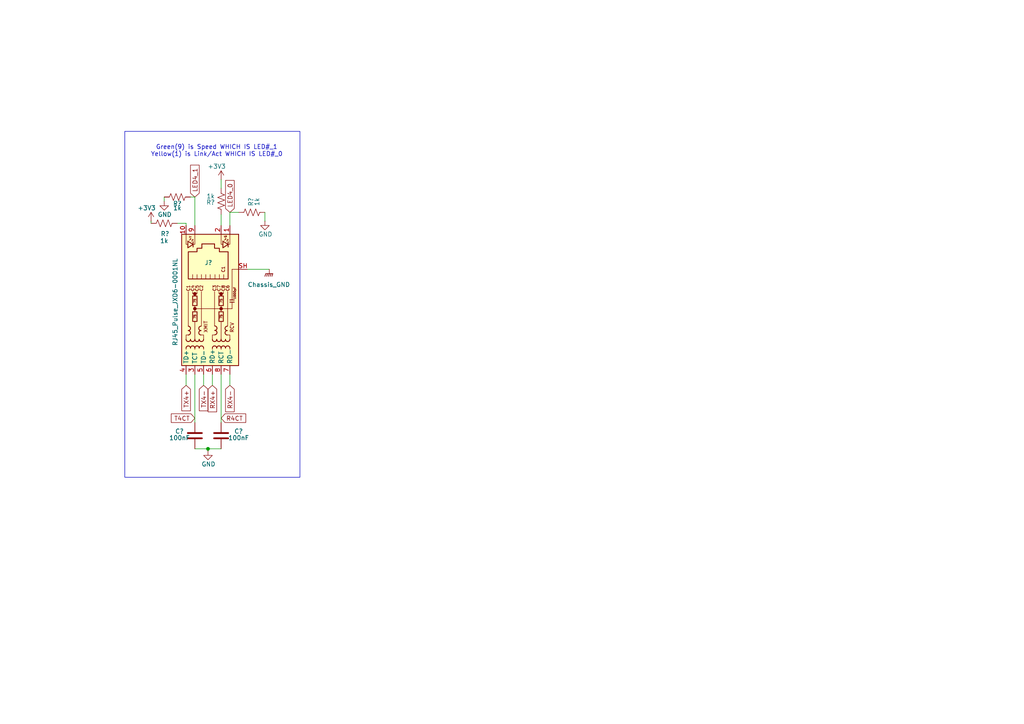
<source format=kicad_sch>
(kicad_sch (version 20250114) (generator "eeschema") (generator_version "9.0")
  (paper "A4")
  (title_block (date "2025-04-01") (rev "1") (company "Bronco Space") (comment 1 "SCALES") (comment 2 "By John Pollak"))
  (lib_symbols
    (symbol "Connector:RJ45_Pulse_JXD6-0001NL"
      (property "Reference" "J" (at 17.78 10.16 0))
      (property "Value" "RJ45_Pulse_JXD6-0001NL" (at -6.35 10.16 0))
      (symbol "RJ45_Pulse_JXD6-0001NL_0_0"
        (circle (center -1.27 5.08) (radius 0.0001) (stroke (width 0.508)))
        (polyline (pts (xy -1.27 5.08) (xy -1.27 -5.715)))
        (circle (center -1.27 -2.54) (radius 0.0001) (stroke (width 0.508)))
        (polyline (pts (xy 0.635 -5.08) (xy 0.635 -6.35)) (stroke (width 0.254)))
        (polyline (pts (xy 1.27 -5.08) (xy 1.27 -6.35)) (stroke (width 0.254)))
        (polyline (pts (xy 3.048 5.08) (xy 2.54 5.08)))
        (circle (center 3.048 5.08) (radius 0.0001) (stroke (width 0.508)))
        (polyline (pts (xy 3.048 -2.54) (xy 2.54 -2.54)))
        (circle (center 3.048 -2.54) (radius 0.0001) (stroke (width 0.508)))
        (polyline (pts (xy 3.683 5.715) (xy 3.048 5.715) (xy 3.048 4.445) (xy 3.683 4.445)))
        (polyline (pts (xy 3.683 -1.905) (xy 3.048 -1.905) (xy 3.048 -3.175) (xy 3.683 -3.175)))
        (polyline (pts (xy 17.399 7.112) (xy 17.399 7.62) (xy 20.32 7.62)))
        (polyline (pts (xy 17.399 -3.048) (xy 17.399 -2.54) (xy 20.32 -2.54)))
        (polyline (pts (xy 20.32 5.08) (xy 17.399 5.08) (xy 17.399 5.588)))
        (polyline (pts (xy 20.32 -5.08) (xy 17.399 -5.08) (xy 17.399 -4.572)))
        (text "XMIT" (at -8.255 1.905 0) (effects (font (size 1.016 1.016)) (justify left)))
        (text "RCV" (at -8.255 -5.715 0) (effects (font (size 1.016 1.016)) (justify left)))
        (text "C1" (at 4.699 6.985 0) (effects (font (size 0.889 0.889))))
        (text "C4" (at 4.699 5.715 0) (effects (font (size 0.889 0.889))))
        (text "C5" (at 4.699 4.445 0) (effects (font (size 0.889 0.889))))
        (text "C2" (at 4.699 3.175 0) (effects (font (size 0.889 0.889))))
        (text "C3" (at 4.699 -0.635 0) (effects (font (size 0.889 0.889))))
        (text "C7" (at 4.699 -1.905 0) (effects (font (size 0.889 0.889))))
        (text "C8" (at 4.699 -3.175 0) (effects (font (size 0.889 0.889))))
        (text "C6" (at 4.699 -4.445 0) (effects (font (size 0.889 0.889))))
        (text "C1" (at 10.16 -3.175 0) (effects (font (size 0.889 0.889))))
      )
      (symbol "RJ45_Pulse_JXD6-0001NL_0_1"
        (rectangle (start -17.78 8.89) (end 20.32 -7.62) (stroke (width 0.254)) (fill (type background)))
        (polyline (pts (xy -12.7 7.62) (xy -13.081 7.62)))
        (polyline (pts (xy -12.7 5.08) (xy -13.081 5.08)))
        (polyline (pts (xy -12.7 2.54) (xy -13.081 2.54)))
        (polyline (pts (xy -12.7 0) (xy -13.081 0)))
        (polyline (pts (xy -12.7 -2.54) (xy -13.081 -2.54)))
        (polyline (pts (xy -12.7 -5.08) (xy -13.081 -5.08)))
        (polyline (pts (xy -10.16 7.62) (xy -8.89 7.62) (xy -8.89 6.985)))
        (polyline (pts (xy -10.16 0) (xy -8.89 0) (xy -8.89 -0.635)))
        (polyline (pts (xy -8.89 3.175) (xy -8.89 2.54) (xy -10.16 2.54)))
        (polyline (pts (xy -8.89 -4.445) (xy -8.89 -5.08) (xy -10.16 -5.08)))
        (polyline (pts (xy -6.35 6.985) (xy 3.683 6.985)))
        (polyline (pts (xy -6.35 3.175) (xy 3.683 3.175)))
        (polyline (pts (xy -6.35 -4.445) (xy 3.683 -4.445)))
        (polyline (pts (xy -6.223 -0.635) (xy 3.683 -0.635)))
        (polyline (pts (xy -5.08 -2.54) (xy -10.16 -2.54)))
        (polyline (pts (xy -4.953 5.08) (xy -10.16 5.08)))
        (polyline (pts (xy -2.159 5.08) (xy -0.381 5.08)))
        (polyline (pts (xy -2.159 -2.54) (xy -0.381 -2.54)))
        (polyline (pts (xy 0.635 -5.715) (xy -1.27 -5.715)))
        (polyline (pts (xy 7.366 3.175) (xy 8.636 3.175)))
        (polyline (pts (xy 7.366 1.905) (xy 8.636 1.905)))
        (polyline (pts (xy 7.366 0.635) (xy 8.636 0.635)))
        (polyline (pts (xy 7.366 -0.762) (xy 8.636 -0.762)))
        (polyline (pts (xy 7.366 -2.032) (xy 8.636 -2.032)))
        (polyline (pts (xy 8.636 5.715) (xy 7.366 5.715)))
        (polyline (pts (xy 8.636 4.445) (xy 7.366 4.445)))
        (polyline (pts (xy 8.636 -3.302) (xy 7.366 -3.302)))
        (polyline (pts (xy 10.16 -5.715) (xy 1.27 -5.715)))
        (polyline (pts (xy 10.16 -5.715) (xy 10.16 -7.62)))
      )
      (symbol "RJ45_Pulse_JXD6-0001NL_1_0"
        (text "1000pF" (at 3.302 -6.477 0) (effects (font (size 0.635 0.635))))
      )
      (symbol "RJ45_Pulse_JXD6-0001NL_1_1"
        (arc (start -12.7 0) (mid -12.0677 -0.635) (end -12.7 -1.27) (stroke (width 0.254)))
        (arc (start -12.6973 7.62) (mid -12.065 6.985) (end -12.6973 6.35) (stroke (width 0.254)))
        (arc (start -12.6973 -1.27) (mid -12.065 -1.905) (end -12.6973 -2.54) (stroke (width 0.254)))
        (arc (start -12.6973 -2.54) (mid -12.065 -3.175) (end -12.6973 -3.81) (stroke (width 0.254)))
        (arc (start -12.6973 -3.81) (mid -12.065 -4.445) (end -12.6973 -5.08) (stroke (width 0.254)))
        (arc (start -12.6946 6.35) (mid -12.0623 5.715) (end -12.6946 5.08) (stroke (width 0.254)))
        (arc (start -12.6946 5.08) (mid -12.0623 4.445) (end -12.6946 3.81) (stroke (width 0.254)))
        (arc (start -12.6946 3.81) (mid -12.0623 3.175) (end -12.6946 2.54) (stroke (width 0.254)))
        (arc (start -10.1654 6.35) (mid -10.7977 6.985) (end -10.1654 7.62) (stroke (width 0.254)))
        (arc (start -10.1654 5.08) (mid -10.7977 5.715) (end -10.1654 6.35) (stroke (width 0.254)))
        (arc (start -10.1654 3.81) (mid -10.7977 4.445) (end -10.1654 5.08) (stroke (width 0.254)))
        (arc (start -10.1654 -1.27) (mid -10.7977 -0.635) (end -10.1654 0) (stroke (width 0.254)))
        (arc (start -10.1654 -2.54) (mid -10.7977 -1.905) (end -10.1654 -1.27) (stroke (width 0.254)))
        (arc (start -10.1654 -3.81) (mid -10.7977 -3.175) (end -10.1654 -2.54) (stroke (width 0.254)))
        (arc (start -10.1627 2.54) (mid -10.795 3.175) (end -10.1627 3.81) (stroke (width 0.254)))
        (arc (start -10.1627 -5.08) (mid -10.795 -4.445) (end -10.1627 -3.81) (stroke (width 0.254)))
        (arc (start -7.62 6.9823) (mid -8.255 6.35) (end -8.89 6.9823) (stroke (width 0.254)))
        (arc (start -8.89 3.3047) (mid -8.255 3.937) (end -7.62 3.3047) (stroke (width 0.254)))
        (arc (start -8.89 -4.3153) (mid -8.255 -3.683) (end -7.62 -4.3153) (stroke (width 0.254)))
        (arc (start -7.5565 -0.7012) (mid -8.1915 -1.3335) (end -8.8265 -0.7012) (stroke (width 0.254)))
        (arc (start -6.35 6.985) (mid -6.985 6.3527) (end -7.62 6.985) (stroke (width 0.254)))
        (arc (start -7.62 3.3074) (mid -6.985 3.9397) (end -6.35 3.3074) (stroke (width 0.254)))
        (arc (start -7.62 -4.3126) (mid -6.985 -3.6803) (end -6.35 -4.3126) (stroke (width 0.254)))
        (arc (start -6.2865 -0.6985) (mid -6.9215 -1.3308) (end -7.5565 -0.6985) (stroke (width 0.254)))
        (rectangle (start -4.953 5.715) (end -2.159 4.445) (stroke (width 0.254)))
        (rectangle (start -4.953 -1.905) (end -2.159 -3.175) (stroke (width 0.254)))
        (rectangle (start -0.381 5.715) (end 2.413 4.445) (stroke (width 0.254)))
        (rectangle (start -0.381 -1.905) (end 2.413 -3.175) (stroke (width 0.254)))
        (polyline (pts (xy 7.366 -4.572) (xy 7.366 6.985) (xy 15.24 6.985) (xy 15.24 4.445) (xy 16.256 4.445) (xy 16.256 3.048) (xy 17.526 3.048) (xy 17.526 -0.635) (xy 16.256 -0.635) (xy 16.256 -2.032) (xy 15.24 -2.032) (xy 15.24 -4.572) (xy 7.366 -4.572)) (stroke (width 0.254)))
        (polyline (pts (xy 18.161 5.588) (xy 16.637 5.588)) (stroke (width 0.254)))
        (polyline (pts (xy 18.161 -4.572) (xy 16.637 -4.572)) (stroke (width 0.254)))
        (polyline (pts (xy 18.288 7.112) (xy 16.383 7.112) (xy 17.399 5.588) (xy 18.288 7.112)) (stroke (width 0.254)))
        (polyline (pts (xy 18.288 6.096) (xy 18.796 5.588) (xy 18.542 5.588)))
        (polyline (pts (xy 18.288 -3.048) (xy 16.383 -3.048) (xy 17.399 -4.572) (xy 18.288 -3.048)) (stroke (width 0.254)))
        (polyline (pts (xy 18.288 -4.064) (xy 18.796 -4.572) (xy 18.542 -4.572)))
        (polyline (pts (xy 18.542 6.731) (xy 19.05 6.223) (xy 18.796 6.223)))
        (polyline (pts (xy 18.542 -3.429) (xy 19.05 -3.937) (xy 18.796 -3.937)))
        (polyline (pts (xy 18.796 5.588) (xy 18.796 5.842)))
        (polyline (pts (xy 18.796 -4.572) (xy 18.796 -4.318)))
        (polyline (pts (xy 19.05 6.223) (xy 19.05 6.477)))
        (polyline (pts (xy 19.05 -3.937) (xy 19.05 -3.683)))
        (text "75" (at -3.556 5.08 0) (effects (font (size 0.635 0.635))))
        (text "75" (at -3.556 -2.54 0) (effects (font (size 0.635 0.635))))
        (text "75" (at 1.016 5.08 0) (effects (font (size 0.635 0.635))))
        (text "75" (at 1.016 -2.54 0) (effects (font (size 0.635 0.635))))
        (text "Y" (at 19.558 6.35 0) (effects (font (size 0.635 0.635))))
        (text "G" (at 19.685 -3.81 0) (effects (font (size 0.635 0.635))))
        (pin passive line (at -20.32 7.62 0) (length 2.54) (name "TD+") (number "4"))
        (pin passive line (at -20.32 5.08 0) (length 2.54) (name "TCT") (number "3"))
        (pin passive line (at -20.32 2.54 0) (length 2.54) (name "TD-") (number "5"))
        (pin passive line (at -20.32 0 0) (length 2.54) (name "RD+") (number "6"))
        (pin passive line (at -20.32 -2.54 0) (length 2.54) (name "RCT") (number "8"))
        (pin passive line (at -20.32 -5.08 0) (length 2.54) (name "RD-") (number "7"))
        (pin power_in line (at 10.16 -10.16 90) (length 2.54) (name "") (number "SH"))
        (pin passive line (at 22.86 7.62 180) (length 2.54) (name "") (number "10"))
        (pin passive line (at 22.86 5.08 180) (length 2.54) (name "") (number "9"))
        (pin passive line (at 22.86 -2.54 180) (length 2.54) (name "") (number "2"))
        (pin passive line (at 22.86 -5.08 180) (length 2.54) (name "") (number "1"))
      )
    )
    (symbol "Device:C" (pin_numbers (hide yes)) (pin_names (offset 0.254))
      (property "Reference" "C" (at 0.635 2.54 0))
      (property "Value" "C" (at 0.635 -2.54 0))
      (symbol "C_0_1"
        (polyline (pts (xy -2.032 0.762) (xy 2.032 0.762)) (stroke (width 0.508)))
        (polyline (pts (xy -2.032 -0.762) (xy 2.032 -0.762)) (stroke (width 0.508)))
      )
      (symbol "C_1_1"
        (pin passive line (at 0 3.81 270) (length 2.794) (name "~") (number "1"))
        (pin passive line (at 0 -3.81 90) (length 2.794) (name "~") (number "2"))
      )
    )
    (symbol "Device:R_US" (pin_numbers (hide yes)) (pin_names (offset 0))
      (property "Reference" "R" (at 2.54 0 90))
      (property "Value" "R_US" (at -2.54 0 90))
      (symbol "R_US_0_1"
        (polyline (pts (xy 0 2.286) (xy 0 2.54)))
        (polyline (pts (xy 0 2.286) (xy 1.016 1.905) (xy 0 1.524) (xy -1.016 1.143) (xy 0 0.762)))
        (polyline (pts (xy 0 0.762) (xy 1.016 0.381) (xy 0 0) (xy -1.016 -0.381) (xy 0 -0.762)))
        (polyline (pts (xy 0 -0.762) (xy 1.016 -1.143) (xy 0 -1.524) (xy -1.016 -1.905) (xy 0 -2.286)))
        (polyline (pts (xy 0 -2.286) (xy 0 -2.54)))
      )
      (symbol "R_US_1_1"
        (pin passive line (at 0 3.81 270) (length 1.27) (name "~") (number "1"))
        (pin passive line (at 0 -3.81 90) (length 1.27) (name "~") (number "2"))
      )
    )
    (symbol "power:+3V3" (power) (pin_numbers (hide yes)) (pin_names (offset 0) (hide yes))
      (property "Value" "+3V3" (at 0 3.556 0))
      (symbol "+3V3_0_1"
        (polyline (pts (xy -0.762 1.27) (xy 0 2.54)))
        (polyline (pts (xy 0 2.54) (xy 0.762 1.27)))
        (polyline (pts (xy 0 0) (xy 0 2.54)))
      )
      (symbol "+3V3_1_1"
        (pin power_in line (at 0 0 90) (length 0) (name "~") (number "1"))
      )
    )
    (symbol "power:GND" (power) (pin_numbers (hide yes)) (pin_names (offset 0) (hide yes))
      (property "Value" "GND" (at 0 -3.81 0))
      (symbol "GND_0_1"
        (polyline (pts (xy 0 0) (xy 0 -1.27) (xy 1.27 -1.27) (xy 0 -2.54) (xy -1.27 -1.27) (xy 0 -1.27)))
      )
      (symbol "GND_1_1"
        (pin power_in line (at 0 0 270) (length 0) (name "~") (number "1"))
      )
    )
    (symbol "power:GNDPWR" (power) (pin_numbers (hide yes)) (pin_names (offset 0) (hide yes))
      (property "Value" "GNDPWR" (at 0 -3.302 0))
      (symbol "GNDPWR_0_1"
        (polyline (pts (xy -1.016 -1.27) (xy -1.27 -2.032) (xy -1.27 -2.032)) (stroke (width 0.2032)))
        (polyline (pts (xy -0.508 -1.27) (xy -0.762 -2.032) (xy -0.762 -2.032)) (stroke (width 0.2032)))
        (polyline (pts (xy 0 -1.27) (xy 0 0)))
        (polyline (pts (xy 0 -1.27) (xy -0.254 -2.032) (xy -0.254 -2.032)) (stroke (width 0.2032)))
        (polyline (pts (xy 0.508 -1.27) (xy 0.254 -2.032) (xy 0.254 -2.032)) (stroke (width 0.2032)))
        (polyline (pts (xy 1.016 -1.27) (xy -1.016 -1.27) (xy -1.016 -1.27)) (stroke (width 0.2032)))
        (polyline (pts (xy 1.016 -1.27) (xy 0.762 -2.032) (xy 0.762 -2.032) (xy 0.762 -2.032)) (stroke (width 0.2032)))
      )
      (symbol "GNDPWR_1_1"
        (pin power_in line (at 0 0 270) (length 0) (name "~") (number "1"))
      )
    )
  )
  (rectangle (start 36.195 38.1) (end 86.995 138.43))
  (text "Green(9) is Speed WHICH IS LED#_1\nYellow(1) is Link/Act WHICH IS LED#_0\n" (at 62.865 43.815 0) (effects (font (size 1.27 1.27))))
  (junction (at 60.325 130.175))
  (wire (pts (xy 51.435 64.77) (xy 53.975 64.77)))
  (wire (pts (xy 43.815 64.135) (xy 43.815 64.77)))
  (wire (pts (xy 53.975 64.77) (xy 53.975 65.405)))
  (wire (pts (xy 66.675 111.76) (xy 66.675 108.585)))
  (wire (pts (xy 64.135 108.585) (xy 64.135 122.555)))
  (wire (pts (xy 61.595 111.76) (xy 61.595 108.585)))
  (wire (pts (xy 71.755 78.105) (xy 78.105 78.105)))
  (wire (pts (xy 53.975 111.76) (xy 53.975 108.585)))
  (wire (pts (xy 47.625 57.15) (xy 47.625 58.42)))
  (wire (pts (xy 66.675 65.405) (xy 66.675 61.595)))
  (wire (pts (xy 64.135 52.07) (xy 64.135 54.61)))
  (wire (pts (xy 64.135 62.23) (xy 64.135 65.405)))
  (wire (pts (xy 59.055 111.76) (xy 59.055 108.585)))
  (wire (pts (xy 60.325 130.175) (xy 64.135 130.175)))
  (wire (pts (xy 56.515 130.175) (xy 60.325 130.175)))
  (wire (pts (xy 56.515 57.15) (xy 56.515 65.405)))
  (wire (pts (xy 55.245 57.15) (xy 56.515 57.15)))
  (wire (pts (xy 60.325 130.175) (xy 60.325 130.81)))
  (wire (pts (xy 66.675 61.595) (xy 69.215 61.595)))
  (wire (pts (xy 76.835 61.595) (xy 76.835 64.135)))
  (wire (pts (xy 56.515 108.585) (xy 56.515 122.555)))
  (global_label "RX4+" (shape input) (at 61.595 111.76 270) (property "Intersheetrefs" "${INTERSHEET_REFS}" (effects (hide yes))) (property "Netclass" "DP_100R_MID" (effects (hide yes))))
  (global_label "LED4_0" (shape input) (at 66.675 61.595 90) (property "Intersheetrefs" "${INTERSHEET_REFS}" (effects (hide yes))))
  (global_label "T4CT" (shape input) (at 56.515 121.285 180) (property "Intersheetrefs" "${INTERSHEET_REFS}" (effects (hide yes))))
  (global_label "TX4-" (shape input) (at 59.055 111.76 270) (property "Intersheetrefs" "${INTERSHEET_REFS}" (effects (hide yes))) (property "Netclass" "DP_100R_MID" (effects (hide yes))))
  (global_label "RX4-" (shape input) (at 66.675 111.76 270) (property "Intersheetrefs" "${INTERSHEET_REFS}" (effects (hide yes))) (property "Netclass" "DP_100R_MID" (effects (hide yes))))
  (global_label "TX4+" (shape input) (at 53.975 111.76 270) (property "Intersheetrefs" "${INTERSHEET_REFS}" (effects (hide yes))) (property "Netclass" "DP_100R_MID" (effects (hide yes))))
  (global_label "LED4_1" (shape input) (at 56.515 57.15 90) (property "Intersheetrefs" "${INTERSHEET_REFS}" (effects (hide yes))))
  (global_label "R4CT" (shape input) (at 64.135 121.285 0) (property "Intersheetrefs" "${INTERSHEET_REFS}" (effects (hide yes))))
  (symbol (lib_id "power:GND") (at 47.625 58.42 0) (unit 1)
    (property "Reference" "#PWR?" (effects (hide yes)))
    (property "Value" "GND" (at 45.72 62.23 0) (effects (justify left)))
    (property "Description" "Power symbol creates a global label with name \"GND\" , ground" (effects (hide yes)))
  )
  (symbol (lib_id "power:+3V3") (at 64.135 52.07 0) (unit 1)
    (property "Reference" "#PWR?" (effects (hide yes)))
    (property "Value" "+3V3" (at 62.865 48.26 0))
    (property "Description" "Power symbol creates a global label with name \"+3V3\"" (effects (hide yes)))
  )
  (symbol (lib_id "Device:R_US") (at 64.135 58.42 180) (unit 1)
    (property "Reference" "R?" (at 61.087 58.674 0))
    (property "Value" "1k" (at 61.087 56.896 0))
    (property "Footprint" "Resistor_SMD:R_0603_1608Metric" (effects (hide yes)))
    (property "Description" "Resistor, US symbol" (effects (hide yes)))
  )
  (symbol (lib_id "Device:R_US") (at 73.025 61.595 90) (unit 1)
    (property "Reference" "R?" (at 72.771 58.547 0))
    (property "Value" "1k" (at 74.549 58.547 0))
    (property "Footprint" "Resistor_SMD:R_0603_1608Metric" (effects (hide yes)))
    (property "Description" "Resistor, US symbol" (effects (hide yes)))
  )
  (symbol (lib_id "Device:C") (at 64.135 126.365 0) (unit 1)
    (property "Reference" "C?" (at 69.215 125.095 0))
    (property "Value" "100nF" (at 69.215 127 0))
    (property "Footprint" "Capacitor_SMD:C_0402_1005Metric" (effects (hide yes)))
    (property "Description" "Unpolarized capacitor" (effects (hide yes)))
  )
  (symbol (lib_id "power:GND") (at 76.835 64.135 0) (unit 1)
    (property "Reference" "#PWR?" (effects (hide yes)))
    (property "Value" "GND" (at 74.93 67.945 0) (effects (justify left)))
    (property "Description" "Power symbol creates a global label with name \"GND\" , ground" (effects (hide yes)))
  )
  (symbol (lib_id "power:GNDPWR") (at 78.105 78.105 0) (unit 1)
    (property "Reference" "#PWR?" (effects (hide yes)))
    (property "Value" "Chassis_GND" (at 77.978 82.55 0))
    (property "Description" "Power symbol creates a global label with name \"GNDPWR\" , global ground" (effects (hide yes)))
  )
  (symbol (lib_id "Connector:RJ45_Pulse_JXD6-0001NL") (at 61.595 88.265 90) (unit 1)
    (property "Reference" "J?" (at 61.595 76.2 90) (effects (justify left)))
    (property "Value" "RJ45_Pulse_JXD6-0001NL" (at 50.8 100.33 0) (effects (justify left)))
    (property "Footprint" "Connector_RJ:RJ45_Pulse_JXD6-0001NL_Horizontal" (effects (hide yes)))
    (property "Datasheet" "https://productfinder.pulseeng.com/doc_type/WEB301/doc_num/JXD6-0001NL/doc_part/JXD6-0001NL.pdf" (effects (hide yes)))
    (property "Description" "LAN Transformer Jack, RJ45, 10/100 BaseT" (effects (hide yes)))
    (property "LCSC link" "https://lcsc.com/product-detail/Ethernet-Connectors-Modular-Connectors-RJ45-RJ11_Pulse-Elec-JXD6-0001NL_C5359047.html?s_z=n_C5359047" (effects (hide yes)))
  )
  (symbol (lib_id "Device:R_US") (at 51.435 57.15 270) (unit 1)
    (property "Reference" "R?" (at 51.435 59.055 90))
    (property "Value" "1k" (at 51.435 60.325 90))
    (property "Footprint" "Resistor_SMD:R_0603_1608Metric" (effects (hide yes)))
    (property "Description" "Resistor, US symbol" (effects (hide yes)))
  )
  (symbol (lib_id "power:GND") (at 60.325 130.81 0) (unit 1)
    (property "Reference" "#PWR?" (effects (hide yes)))
    (property "Value" "GND" (at 58.42 134.62 0) (effects (justify left)))
    (property "Description" "Power symbol creates a global label with name \"GND\" , ground" (effects (hide yes)))
  )
  (symbol (lib_id "power:+3V3") (at 43.815 64.135 0) (unit 1)
    (property "Reference" "#PWR?" (effects (hide yes)))
    (property "Value" "+3V3" (at 42.545 60.325 0))
    (property "Description" "Power symbol creates a global label with name \"+3V3\"" (effects (hide yes)))
  )
  (symbol (lib_id "Device:C") (at 56.515 126.365 0) (unit 1)
    (property "Reference" "C?" (at 52.07 125.095 0))
    (property "Value" "100nF" (at 52.07 127 0))
    (property "Footprint" "Capacitor_SMD:C_0402_1005Metric" (effects (hide yes)))
    (property "Description" "Unpolarized capacitor" (effects (hide yes)))
  )
  (symbol (lib_id "Device:R_US") (at 47.625 64.77 270) (unit 1)
    (property "Reference" "R?" (at 47.879 67.818 90))
    (property "Value" "1k" (at 47.625 69.85 90))
    (property "Footprint" "Resistor_SMD:R_0603_1608Metric" (effects (hide yes)))
    (property "Description" "Resistor, US symbol" (effects (hide yes)))
  )
)
</source>
